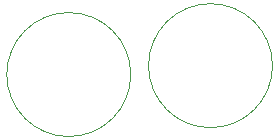
<source format=gm1>
G04*
G04 #@! TF.GenerationSoftware,Altium Limited,Altium Designer,18.0.9 (584)*
G04*
G04 Layer_Color=16711935*
%FSLAX25Y25*%
%MOIN*%
G70*
G01*
G75*
%ADD48C,0.00079*%
D48*
X174213Y24606D02*
G03*
X174213Y24606I-20669J0D01*
G01*
X126969Y21654D02*
G03*
X126969Y21654I-20669J0D01*
G01*
M02*

</source>
